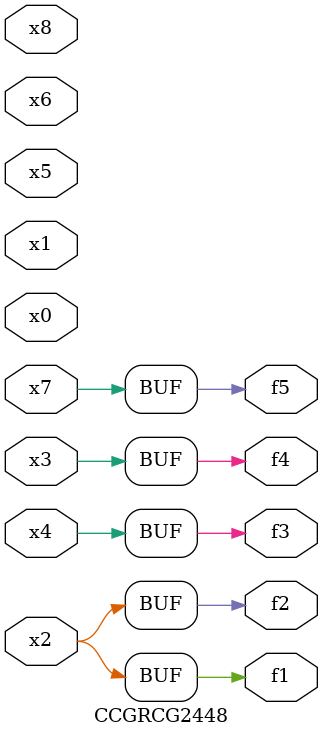
<source format=v>
module CCGRCG2448(
	input x0, x1, x2, x3, x4, x5, x6, x7, x8,
	output f1, f2, f3, f4, f5
);
	assign f1 = x2;
	assign f2 = x2;
	assign f3 = x4;
	assign f4 = x3;
	assign f5 = x7;
endmodule

</source>
